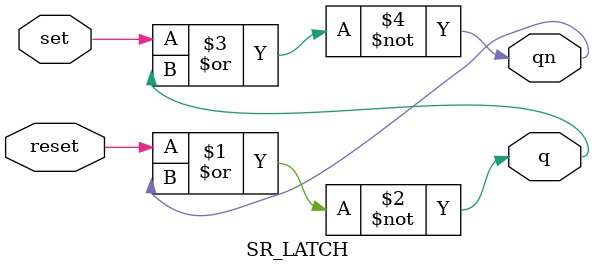
<source format=v>
`timescale 1ns / 1ps


module SR_LATCH(

    input set,
    input reset,
    output q,
    output qn

    );
    
    assign #1 q = ~(reset | qn);
    assign #1 qn = ~(set | q);
    
endmodule

</source>
